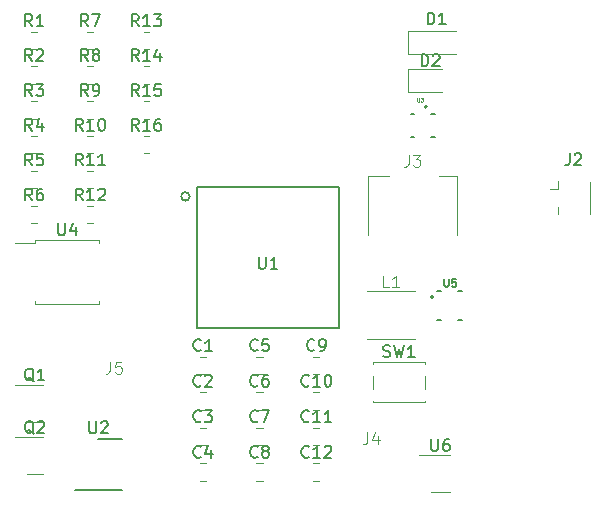
<source format=gbr>
%TF.GenerationSoftware,KiCad,Pcbnew,7.0.8-7.0.8~ubuntu22.04.1*%
%TF.CreationDate,2023-10-21T10:39:40-04:00*%
%TF.ProjectId,DDRN_Hardware,4444524e-5f48-4617-9264-776172652e6b,rev?*%
%TF.SameCoordinates,Original*%
%TF.FileFunction,Legend,Top*%
%TF.FilePolarity,Positive*%
%FSLAX46Y46*%
G04 Gerber Fmt 4.6, Leading zero omitted, Abs format (unit mm)*
G04 Created by KiCad (PCBNEW 7.0.8-7.0.8~ubuntu22.04.1) date 2023-10-21 10:39:40*
%MOMM*%
%LPD*%
G01*
G04 APERTURE LIST*
%ADD10C,0.150000*%
%ADD11C,0.080000*%
%ADD12C,0.100000*%
%ADD13C,0.120000*%
%ADD14C,0.127000*%
%ADD15C,0.200000*%
G04 APERTURE END LIST*
D10*
X146451667Y-111032200D02*
X146594524Y-111079819D01*
X146594524Y-111079819D02*
X146832619Y-111079819D01*
X146832619Y-111079819D02*
X146927857Y-111032200D01*
X146927857Y-111032200D02*
X146975476Y-110984580D01*
X146975476Y-110984580D02*
X147023095Y-110889342D01*
X147023095Y-110889342D02*
X147023095Y-110794104D01*
X147023095Y-110794104D02*
X146975476Y-110698866D01*
X146975476Y-110698866D02*
X146927857Y-110651247D01*
X146927857Y-110651247D02*
X146832619Y-110603628D01*
X146832619Y-110603628D02*
X146642143Y-110556009D01*
X146642143Y-110556009D02*
X146546905Y-110508390D01*
X146546905Y-110508390D02*
X146499286Y-110460771D01*
X146499286Y-110460771D02*
X146451667Y-110365533D01*
X146451667Y-110365533D02*
X146451667Y-110270295D01*
X146451667Y-110270295D02*
X146499286Y-110175057D01*
X146499286Y-110175057D02*
X146546905Y-110127438D01*
X146546905Y-110127438D02*
X146642143Y-110079819D01*
X146642143Y-110079819D02*
X146880238Y-110079819D01*
X146880238Y-110079819D02*
X147023095Y-110127438D01*
X147356429Y-110079819D02*
X147594524Y-111079819D01*
X147594524Y-111079819D02*
X147785000Y-110365533D01*
X147785000Y-110365533D02*
X147975476Y-111079819D01*
X147975476Y-111079819D02*
X148213572Y-110079819D01*
X149118333Y-111079819D02*
X148546905Y-111079819D01*
X148832619Y-111079819D02*
X148832619Y-110079819D01*
X148832619Y-110079819D02*
X148737381Y-110222676D01*
X148737381Y-110222676D02*
X148642143Y-110317914D01*
X148642143Y-110317914D02*
X148546905Y-110365533D01*
X162226666Y-93839819D02*
X162226666Y-94554104D01*
X162226666Y-94554104D02*
X162179047Y-94696961D01*
X162179047Y-94696961D02*
X162083809Y-94792200D01*
X162083809Y-94792200D02*
X161940952Y-94839819D01*
X161940952Y-94839819D02*
X161845714Y-94839819D01*
X162655238Y-93935057D02*
X162702857Y-93887438D01*
X162702857Y-93887438D02*
X162798095Y-93839819D01*
X162798095Y-93839819D02*
X163036190Y-93839819D01*
X163036190Y-93839819D02*
X163131428Y-93887438D01*
X163131428Y-93887438D02*
X163179047Y-93935057D01*
X163179047Y-93935057D02*
X163226666Y-94030295D01*
X163226666Y-94030295D02*
X163226666Y-94125533D01*
X163226666Y-94125533D02*
X163179047Y-94268390D01*
X163179047Y-94268390D02*
X162607619Y-94839819D01*
X162607619Y-94839819D02*
X163226666Y-94839819D01*
X150500595Y-118024819D02*
X150500595Y-118834342D01*
X150500595Y-118834342D02*
X150548214Y-118929580D01*
X150548214Y-118929580D02*
X150595833Y-118977200D01*
X150595833Y-118977200D02*
X150691071Y-119024819D01*
X150691071Y-119024819D02*
X150881547Y-119024819D01*
X150881547Y-119024819D02*
X150976785Y-118977200D01*
X150976785Y-118977200D02*
X151024404Y-118929580D01*
X151024404Y-118929580D02*
X151072023Y-118834342D01*
X151072023Y-118834342D02*
X151072023Y-118024819D01*
X151976785Y-118024819D02*
X151786309Y-118024819D01*
X151786309Y-118024819D02*
X151691071Y-118072438D01*
X151691071Y-118072438D02*
X151643452Y-118120057D01*
X151643452Y-118120057D02*
X151548214Y-118262914D01*
X151548214Y-118262914D02*
X151500595Y-118453390D01*
X151500595Y-118453390D02*
X151500595Y-118834342D01*
X151500595Y-118834342D02*
X151548214Y-118929580D01*
X151548214Y-118929580D02*
X151595833Y-118977200D01*
X151595833Y-118977200D02*
X151691071Y-119024819D01*
X151691071Y-119024819D02*
X151881547Y-119024819D01*
X151881547Y-119024819D02*
X151976785Y-118977200D01*
X151976785Y-118977200D02*
X152024404Y-118929580D01*
X152024404Y-118929580D02*
X152072023Y-118834342D01*
X152072023Y-118834342D02*
X152072023Y-118596247D01*
X152072023Y-118596247D02*
X152024404Y-118501009D01*
X152024404Y-118501009D02*
X151976785Y-118453390D01*
X151976785Y-118453390D02*
X151881547Y-118405771D01*
X151881547Y-118405771D02*
X151691071Y-118405771D01*
X151691071Y-118405771D02*
X151595833Y-118453390D01*
X151595833Y-118453390D02*
X151548214Y-118501009D01*
X151548214Y-118501009D02*
X151500595Y-118596247D01*
X151611880Y-104489376D02*
X151611880Y-105007471D01*
X151611880Y-105007471D02*
X151642357Y-105068423D01*
X151642357Y-105068423D02*
X151672833Y-105098900D01*
X151672833Y-105098900D02*
X151733785Y-105129376D01*
X151733785Y-105129376D02*
X151855690Y-105129376D01*
X151855690Y-105129376D02*
X151916642Y-105098900D01*
X151916642Y-105098900D02*
X151947119Y-105068423D01*
X151947119Y-105068423D02*
X151977595Y-105007471D01*
X151977595Y-105007471D02*
X151977595Y-104489376D01*
X152587118Y-104489376D02*
X152282356Y-104489376D01*
X152282356Y-104489376D02*
X152251880Y-104794138D01*
X152251880Y-104794138D02*
X152282356Y-104763661D01*
X152282356Y-104763661D02*
X152343309Y-104733185D01*
X152343309Y-104733185D02*
X152495690Y-104733185D01*
X152495690Y-104733185D02*
X152556642Y-104763661D01*
X152556642Y-104763661D02*
X152587118Y-104794138D01*
X152587118Y-104794138D02*
X152617595Y-104855090D01*
X152617595Y-104855090D02*
X152617595Y-105007471D01*
X152617595Y-105007471D02*
X152587118Y-105068423D01*
X152587118Y-105068423D02*
X152556642Y-105098900D01*
X152556642Y-105098900D02*
X152495690Y-105129376D01*
X152495690Y-105129376D02*
X152343309Y-105129376D01*
X152343309Y-105129376D02*
X152282356Y-105098900D01*
X152282356Y-105098900D02*
X152251880Y-105068423D01*
X118920595Y-99764819D02*
X118920595Y-100574342D01*
X118920595Y-100574342D02*
X118968214Y-100669580D01*
X118968214Y-100669580D02*
X119015833Y-100717200D01*
X119015833Y-100717200D02*
X119111071Y-100764819D01*
X119111071Y-100764819D02*
X119301547Y-100764819D01*
X119301547Y-100764819D02*
X119396785Y-100717200D01*
X119396785Y-100717200D02*
X119444404Y-100669580D01*
X119444404Y-100669580D02*
X119492023Y-100574342D01*
X119492023Y-100574342D02*
X119492023Y-99764819D01*
X120396785Y-100098152D02*
X120396785Y-100764819D01*
X120158690Y-99717200D02*
X119920595Y-100431485D01*
X119920595Y-100431485D02*
X120539642Y-100431485D01*
D11*
X149314690Y-89133178D02*
X149314690Y-89392225D01*
X149314690Y-89392225D02*
X149329928Y-89422701D01*
X149329928Y-89422701D02*
X149345166Y-89437940D01*
X149345166Y-89437940D02*
X149375642Y-89453178D01*
X149375642Y-89453178D02*
X149436595Y-89453178D01*
X149436595Y-89453178D02*
X149467071Y-89437940D01*
X149467071Y-89437940D02*
X149482309Y-89422701D01*
X149482309Y-89422701D02*
X149497547Y-89392225D01*
X149497547Y-89392225D02*
X149497547Y-89133178D01*
X149619452Y-89133178D02*
X149817547Y-89133178D01*
X149817547Y-89133178D02*
X149710880Y-89255082D01*
X149710880Y-89255082D02*
X149756595Y-89255082D01*
X149756595Y-89255082D02*
X149787071Y-89270320D01*
X149787071Y-89270320D02*
X149802309Y-89285559D01*
X149802309Y-89285559D02*
X149817547Y-89316035D01*
X149817547Y-89316035D02*
X149817547Y-89392225D01*
X149817547Y-89392225D02*
X149802309Y-89422701D01*
X149802309Y-89422701D02*
X149787071Y-89437940D01*
X149787071Y-89437940D02*
X149756595Y-89453178D01*
X149756595Y-89453178D02*
X149665166Y-89453178D01*
X149665166Y-89453178D02*
X149634690Y-89437940D01*
X149634690Y-89437940D02*
X149619452Y-89422701D01*
D10*
X121560595Y-116529819D02*
X121560595Y-117339342D01*
X121560595Y-117339342D02*
X121608214Y-117434580D01*
X121608214Y-117434580D02*
X121655833Y-117482200D01*
X121655833Y-117482200D02*
X121751071Y-117529819D01*
X121751071Y-117529819D02*
X121941547Y-117529819D01*
X121941547Y-117529819D02*
X122036785Y-117482200D01*
X122036785Y-117482200D02*
X122084404Y-117434580D01*
X122084404Y-117434580D02*
X122132023Y-117339342D01*
X122132023Y-117339342D02*
X122132023Y-116529819D01*
X122560595Y-116625057D02*
X122608214Y-116577438D01*
X122608214Y-116577438D02*
X122703452Y-116529819D01*
X122703452Y-116529819D02*
X122941547Y-116529819D01*
X122941547Y-116529819D02*
X123036785Y-116577438D01*
X123036785Y-116577438D02*
X123084404Y-116625057D01*
X123084404Y-116625057D02*
X123132023Y-116720295D01*
X123132023Y-116720295D02*
X123132023Y-116815533D01*
X123132023Y-116815533D02*
X123084404Y-116958390D01*
X123084404Y-116958390D02*
X122512976Y-117529819D01*
X122512976Y-117529819D02*
X123132023Y-117529819D01*
X135912948Y-102599819D02*
X135912948Y-103409342D01*
X135912948Y-103409342D02*
X135960567Y-103504580D01*
X135960567Y-103504580D02*
X136008186Y-103552200D01*
X136008186Y-103552200D02*
X136103424Y-103599819D01*
X136103424Y-103599819D02*
X136293900Y-103599819D01*
X136293900Y-103599819D02*
X136389138Y-103552200D01*
X136389138Y-103552200D02*
X136436757Y-103504580D01*
X136436757Y-103504580D02*
X136484376Y-103409342D01*
X136484376Y-103409342D02*
X136484376Y-102599819D01*
X137484376Y-103599819D02*
X136912948Y-103599819D01*
X137198662Y-103599819D02*
X137198662Y-102599819D01*
X137198662Y-102599819D02*
X137103424Y-102742676D01*
X137103424Y-102742676D02*
X137008186Y-102837914D01*
X137008186Y-102837914D02*
X136912948Y-102885533D01*
X125739642Y-91914819D02*
X125406309Y-91438628D01*
X125168214Y-91914819D02*
X125168214Y-90914819D01*
X125168214Y-90914819D02*
X125549166Y-90914819D01*
X125549166Y-90914819D02*
X125644404Y-90962438D01*
X125644404Y-90962438D02*
X125692023Y-91010057D01*
X125692023Y-91010057D02*
X125739642Y-91105295D01*
X125739642Y-91105295D02*
X125739642Y-91248152D01*
X125739642Y-91248152D02*
X125692023Y-91343390D01*
X125692023Y-91343390D02*
X125644404Y-91391009D01*
X125644404Y-91391009D02*
X125549166Y-91438628D01*
X125549166Y-91438628D02*
X125168214Y-91438628D01*
X126692023Y-91914819D02*
X126120595Y-91914819D01*
X126406309Y-91914819D02*
X126406309Y-90914819D01*
X126406309Y-90914819D02*
X126311071Y-91057676D01*
X126311071Y-91057676D02*
X126215833Y-91152914D01*
X126215833Y-91152914D02*
X126120595Y-91200533D01*
X127549166Y-90914819D02*
X127358690Y-90914819D01*
X127358690Y-90914819D02*
X127263452Y-90962438D01*
X127263452Y-90962438D02*
X127215833Y-91010057D01*
X127215833Y-91010057D02*
X127120595Y-91152914D01*
X127120595Y-91152914D02*
X127072976Y-91343390D01*
X127072976Y-91343390D02*
X127072976Y-91724342D01*
X127072976Y-91724342D02*
X127120595Y-91819580D01*
X127120595Y-91819580D02*
X127168214Y-91867200D01*
X127168214Y-91867200D02*
X127263452Y-91914819D01*
X127263452Y-91914819D02*
X127453928Y-91914819D01*
X127453928Y-91914819D02*
X127549166Y-91867200D01*
X127549166Y-91867200D02*
X127596785Y-91819580D01*
X127596785Y-91819580D02*
X127644404Y-91724342D01*
X127644404Y-91724342D02*
X127644404Y-91486247D01*
X127644404Y-91486247D02*
X127596785Y-91391009D01*
X127596785Y-91391009D02*
X127549166Y-91343390D01*
X127549166Y-91343390D02*
X127453928Y-91295771D01*
X127453928Y-91295771D02*
X127263452Y-91295771D01*
X127263452Y-91295771D02*
X127168214Y-91343390D01*
X127168214Y-91343390D02*
X127120595Y-91391009D01*
X127120595Y-91391009D02*
X127072976Y-91486247D01*
X125739642Y-88964819D02*
X125406309Y-88488628D01*
X125168214Y-88964819D02*
X125168214Y-87964819D01*
X125168214Y-87964819D02*
X125549166Y-87964819D01*
X125549166Y-87964819D02*
X125644404Y-88012438D01*
X125644404Y-88012438D02*
X125692023Y-88060057D01*
X125692023Y-88060057D02*
X125739642Y-88155295D01*
X125739642Y-88155295D02*
X125739642Y-88298152D01*
X125739642Y-88298152D02*
X125692023Y-88393390D01*
X125692023Y-88393390D02*
X125644404Y-88441009D01*
X125644404Y-88441009D02*
X125549166Y-88488628D01*
X125549166Y-88488628D02*
X125168214Y-88488628D01*
X126692023Y-88964819D02*
X126120595Y-88964819D01*
X126406309Y-88964819D02*
X126406309Y-87964819D01*
X126406309Y-87964819D02*
X126311071Y-88107676D01*
X126311071Y-88107676D02*
X126215833Y-88202914D01*
X126215833Y-88202914D02*
X126120595Y-88250533D01*
X127596785Y-87964819D02*
X127120595Y-87964819D01*
X127120595Y-87964819D02*
X127072976Y-88441009D01*
X127072976Y-88441009D02*
X127120595Y-88393390D01*
X127120595Y-88393390D02*
X127215833Y-88345771D01*
X127215833Y-88345771D02*
X127453928Y-88345771D01*
X127453928Y-88345771D02*
X127549166Y-88393390D01*
X127549166Y-88393390D02*
X127596785Y-88441009D01*
X127596785Y-88441009D02*
X127644404Y-88536247D01*
X127644404Y-88536247D02*
X127644404Y-88774342D01*
X127644404Y-88774342D02*
X127596785Y-88869580D01*
X127596785Y-88869580D02*
X127549166Y-88917200D01*
X127549166Y-88917200D02*
X127453928Y-88964819D01*
X127453928Y-88964819D02*
X127215833Y-88964819D01*
X127215833Y-88964819D02*
X127120595Y-88917200D01*
X127120595Y-88917200D02*
X127072976Y-88869580D01*
X125739642Y-86014819D02*
X125406309Y-85538628D01*
X125168214Y-86014819D02*
X125168214Y-85014819D01*
X125168214Y-85014819D02*
X125549166Y-85014819D01*
X125549166Y-85014819D02*
X125644404Y-85062438D01*
X125644404Y-85062438D02*
X125692023Y-85110057D01*
X125692023Y-85110057D02*
X125739642Y-85205295D01*
X125739642Y-85205295D02*
X125739642Y-85348152D01*
X125739642Y-85348152D02*
X125692023Y-85443390D01*
X125692023Y-85443390D02*
X125644404Y-85491009D01*
X125644404Y-85491009D02*
X125549166Y-85538628D01*
X125549166Y-85538628D02*
X125168214Y-85538628D01*
X126692023Y-86014819D02*
X126120595Y-86014819D01*
X126406309Y-86014819D02*
X126406309Y-85014819D01*
X126406309Y-85014819D02*
X126311071Y-85157676D01*
X126311071Y-85157676D02*
X126215833Y-85252914D01*
X126215833Y-85252914D02*
X126120595Y-85300533D01*
X127549166Y-85348152D02*
X127549166Y-86014819D01*
X127311071Y-84967200D02*
X127072976Y-85681485D01*
X127072976Y-85681485D02*
X127692023Y-85681485D01*
X125739642Y-83064819D02*
X125406309Y-82588628D01*
X125168214Y-83064819D02*
X125168214Y-82064819D01*
X125168214Y-82064819D02*
X125549166Y-82064819D01*
X125549166Y-82064819D02*
X125644404Y-82112438D01*
X125644404Y-82112438D02*
X125692023Y-82160057D01*
X125692023Y-82160057D02*
X125739642Y-82255295D01*
X125739642Y-82255295D02*
X125739642Y-82398152D01*
X125739642Y-82398152D02*
X125692023Y-82493390D01*
X125692023Y-82493390D02*
X125644404Y-82541009D01*
X125644404Y-82541009D02*
X125549166Y-82588628D01*
X125549166Y-82588628D02*
X125168214Y-82588628D01*
X126692023Y-83064819D02*
X126120595Y-83064819D01*
X126406309Y-83064819D02*
X126406309Y-82064819D01*
X126406309Y-82064819D02*
X126311071Y-82207676D01*
X126311071Y-82207676D02*
X126215833Y-82302914D01*
X126215833Y-82302914D02*
X126120595Y-82350533D01*
X127025357Y-82064819D02*
X127644404Y-82064819D01*
X127644404Y-82064819D02*
X127311071Y-82445771D01*
X127311071Y-82445771D02*
X127453928Y-82445771D01*
X127453928Y-82445771D02*
X127549166Y-82493390D01*
X127549166Y-82493390D02*
X127596785Y-82541009D01*
X127596785Y-82541009D02*
X127644404Y-82636247D01*
X127644404Y-82636247D02*
X127644404Y-82874342D01*
X127644404Y-82874342D02*
X127596785Y-82969580D01*
X127596785Y-82969580D02*
X127549166Y-83017200D01*
X127549166Y-83017200D02*
X127453928Y-83064819D01*
X127453928Y-83064819D02*
X127168214Y-83064819D01*
X127168214Y-83064819D02*
X127072976Y-83017200D01*
X127072976Y-83017200D02*
X127025357Y-82969580D01*
X120989642Y-97814819D02*
X120656309Y-97338628D01*
X120418214Y-97814819D02*
X120418214Y-96814819D01*
X120418214Y-96814819D02*
X120799166Y-96814819D01*
X120799166Y-96814819D02*
X120894404Y-96862438D01*
X120894404Y-96862438D02*
X120942023Y-96910057D01*
X120942023Y-96910057D02*
X120989642Y-97005295D01*
X120989642Y-97005295D02*
X120989642Y-97148152D01*
X120989642Y-97148152D02*
X120942023Y-97243390D01*
X120942023Y-97243390D02*
X120894404Y-97291009D01*
X120894404Y-97291009D02*
X120799166Y-97338628D01*
X120799166Y-97338628D02*
X120418214Y-97338628D01*
X121942023Y-97814819D02*
X121370595Y-97814819D01*
X121656309Y-97814819D02*
X121656309Y-96814819D01*
X121656309Y-96814819D02*
X121561071Y-96957676D01*
X121561071Y-96957676D02*
X121465833Y-97052914D01*
X121465833Y-97052914D02*
X121370595Y-97100533D01*
X122322976Y-96910057D02*
X122370595Y-96862438D01*
X122370595Y-96862438D02*
X122465833Y-96814819D01*
X122465833Y-96814819D02*
X122703928Y-96814819D01*
X122703928Y-96814819D02*
X122799166Y-96862438D01*
X122799166Y-96862438D02*
X122846785Y-96910057D01*
X122846785Y-96910057D02*
X122894404Y-97005295D01*
X122894404Y-97005295D02*
X122894404Y-97100533D01*
X122894404Y-97100533D02*
X122846785Y-97243390D01*
X122846785Y-97243390D02*
X122275357Y-97814819D01*
X122275357Y-97814819D02*
X122894404Y-97814819D01*
X120989642Y-94864819D02*
X120656309Y-94388628D01*
X120418214Y-94864819D02*
X120418214Y-93864819D01*
X120418214Y-93864819D02*
X120799166Y-93864819D01*
X120799166Y-93864819D02*
X120894404Y-93912438D01*
X120894404Y-93912438D02*
X120942023Y-93960057D01*
X120942023Y-93960057D02*
X120989642Y-94055295D01*
X120989642Y-94055295D02*
X120989642Y-94198152D01*
X120989642Y-94198152D02*
X120942023Y-94293390D01*
X120942023Y-94293390D02*
X120894404Y-94341009D01*
X120894404Y-94341009D02*
X120799166Y-94388628D01*
X120799166Y-94388628D02*
X120418214Y-94388628D01*
X121942023Y-94864819D02*
X121370595Y-94864819D01*
X121656309Y-94864819D02*
X121656309Y-93864819D01*
X121656309Y-93864819D02*
X121561071Y-94007676D01*
X121561071Y-94007676D02*
X121465833Y-94102914D01*
X121465833Y-94102914D02*
X121370595Y-94150533D01*
X122894404Y-94864819D02*
X122322976Y-94864819D01*
X122608690Y-94864819D02*
X122608690Y-93864819D01*
X122608690Y-93864819D02*
X122513452Y-94007676D01*
X122513452Y-94007676D02*
X122418214Y-94102914D01*
X122418214Y-94102914D02*
X122322976Y-94150533D01*
X120989642Y-91914819D02*
X120656309Y-91438628D01*
X120418214Y-91914819D02*
X120418214Y-90914819D01*
X120418214Y-90914819D02*
X120799166Y-90914819D01*
X120799166Y-90914819D02*
X120894404Y-90962438D01*
X120894404Y-90962438D02*
X120942023Y-91010057D01*
X120942023Y-91010057D02*
X120989642Y-91105295D01*
X120989642Y-91105295D02*
X120989642Y-91248152D01*
X120989642Y-91248152D02*
X120942023Y-91343390D01*
X120942023Y-91343390D02*
X120894404Y-91391009D01*
X120894404Y-91391009D02*
X120799166Y-91438628D01*
X120799166Y-91438628D02*
X120418214Y-91438628D01*
X121942023Y-91914819D02*
X121370595Y-91914819D01*
X121656309Y-91914819D02*
X121656309Y-90914819D01*
X121656309Y-90914819D02*
X121561071Y-91057676D01*
X121561071Y-91057676D02*
X121465833Y-91152914D01*
X121465833Y-91152914D02*
X121370595Y-91200533D01*
X122561071Y-90914819D02*
X122656309Y-90914819D01*
X122656309Y-90914819D02*
X122751547Y-90962438D01*
X122751547Y-90962438D02*
X122799166Y-91010057D01*
X122799166Y-91010057D02*
X122846785Y-91105295D01*
X122846785Y-91105295D02*
X122894404Y-91295771D01*
X122894404Y-91295771D02*
X122894404Y-91533866D01*
X122894404Y-91533866D02*
X122846785Y-91724342D01*
X122846785Y-91724342D02*
X122799166Y-91819580D01*
X122799166Y-91819580D02*
X122751547Y-91867200D01*
X122751547Y-91867200D02*
X122656309Y-91914819D01*
X122656309Y-91914819D02*
X122561071Y-91914819D01*
X122561071Y-91914819D02*
X122465833Y-91867200D01*
X122465833Y-91867200D02*
X122418214Y-91819580D01*
X122418214Y-91819580D02*
X122370595Y-91724342D01*
X122370595Y-91724342D02*
X122322976Y-91533866D01*
X122322976Y-91533866D02*
X122322976Y-91295771D01*
X122322976Y-91295771D02*
X122370595Y-91105295D01*
X122370595Y-91105295D02*
X122418214Y-91010057D01*
X122418214Y-91010057D02*
X122465833Y-90962438D01*
X122465833Y-90962438D02*
X122561071Y-90914819D01*
X121465833Y-88964819D02*
X121132500Y-88488628D01*
X120894405Y-88964819D02*
X120894405Y-87964819D01*
X120894405Y-87964819D02*
X121275357Y-87964819D01*
X121275357Y-87964819D02*
X121370595Y-88012438D01*
X121370595Y-88012438D02*
X121418214Y-88060057D01*
X121418214Y-88060057D02*
X121465833Y-88155295D01*
X121465833Y-88155295D02*
X121465833Y-88298152D01*
X121465833Y-88298152D02*
X121418214Y-88393390D01*
X121418214Y-88393390D02*
X121370595Y-88441009D01*
X121370595Y-88441009D02*
X121275357Y-88488628D01*
X121275357Y-88488628D02*
X120894405Y-88488628D01*
X121942024Y-88964819D02*
X122132500Y-88964819D01*
X122132500Y-88964819D02*
X122227738Y-88917200D01*
X122227738Y-88917200D02*
X122275357Y-88869580D01*
X122275357Y-88869580D02*
X122370595Y-88726723D01*
X122370595Y-88726723D02*
X122418214Y-88536247D01*
X122418214Y-88536247D02*
X122418214Y-88155295D01*
X122418214Y-88155295D02*
X122370595Y-88060057D01*
X122370595Y-88060057D02*
X122322976Y-88012438D01*
X122322976Y-88012438D02*
X122227738Y-87964819D01*
X122227738Y-87964819D02*
X122037262Y-87964819D01*
X122037262Y-87964819D02*
X121942024Y-88012438D01*
X121942024Y-88012438D02*
X121894405Y-88060057D01*
X121894405Y-88060057D02*
X121846786Y-88155295D01*
X121846786Y-88155295D02*
X121846786Y-88393390D01*
X121846786Y-88393390D02*
X121894405Y-88488628D01*
X121894405Y-88488628D02*
X121942024Y-88536247D01*
X121942024Y-88536247D02*
X122037262Y-88583866D01*
X122037262Y-88583866D02*
X122227738Y-88583866D01*
X122227738Y-88583866D02*
X122322976Y-88536247D01*
X122322976Y-88536247D02*
X122370595Y-88488628D01*
X122370595Y-88488628D02*
X122418214Y-88393390D01*
X121465833Y-86014819D02*
X121132500Y-85538628D01*
X120894405Y-86014819D02*
X120894405Y-85014819D01*
X120894405Y-85014819D02*
X121275357Y-85014819D01*
X121275357Y-85014819D02*
X121370595Y-85062438D01*
X121370595Y-85062438D02*
X121418214Y-85110057D01*
X121418214Y-85110057D02*
X121465833Y-85205295D01*
X121465833Y-85205295D02*
X121465833Y-85348152D01*
X121465833Y-85348152D02*
X121418214Y-85443390D01*
X121418214Y-85443390D02*
X121370595Y-85491009D01*
X121370595Y-85491009D02*
X121275357Y-85538628D01*
X121275357Y-85538628D02*
X120894405Y-85538628D01*
X122037262Y-85443390D02*
X121942024Y-85395771D01*
X121942024Y-85395771D02*
X121894405Y-85348152D01*
X121894405Y-85348152D02*
X121846786Y-85252914D01*
X121846786Y-85252914D02*
X121846786Y-85205295D01*
X121846786Y-85205295D02*
X121894405Y-85110057D01*
X121894405Y-85110057D02*
X121942024Y-85062438D01*
X121942024Y-85062438D02*
X122037262Y-85014819D01*
X122037262Y-85014819D02*
X122227738Y-85014819D01*
X122227738Y-85014819D02*
X122322976Y-85062438D01*
X122322976Y-85062438D02*
X122370595Y-85110057D01*
X122370595Y-85110057D02*
X122418214Y-85205295D01*
X122418214Y-85205295D02*
X122418214Y-85252914D01*
X122418214Y-85252914D02*
X122370595Y-85348152D01*
X122370595Y-85348152D02*
X122322976Y-85395771D01*
X122322976Y-85395771D02*
X122227738Y-85443390D01*
X122227738Y-85443390D02*
X122037262Y-85443390D01*
X122037262Y-85443390D02*
X121942024Y-85491009D01*
X121942024Y-85491009D02*
X121894405Y-85538628D01*
X121894405Y-85538628D02*
X121846786Y-85633866D01*
X121846786Y-85633866D02*
X121846786Y-85824342D01*
X121846786Y-85824342D02*
X121894405Y-85919580D01*
X121894405Y-85919580D02*
X121942024Y-85967200D01*
X121942024Y-85967200D02*
X122037262Y-86014819D01*
X122037262Y-86014819D02*
X122227738Y-86014819D01*
X122227738Y-86014819D02*
X122322976Y-85967200D01*
X122322976Y-85967200D02*
X122370595Y-85919580D01*
X122370595Y-85919580D02*
X122418214Y-85824342D01*
X122418214Y-85824342D02*
X122418214Y-85633866D01*
X122418214Y-85633866D02*
X122370595Y-85538628D01*
X122370595Y-85538628D02*
X122322976Y-85491009D01*
X122322976Y-85491009D02*
X122227738Y-85443390D01*
X121465833Y-83064819D02*
X121132500Y-82588628D01*
X120894405Y-83064819D02*
X120894405Y-82064819D01*
X120894405Y-82064819D02*
X121275357Y-82064819D01*
X121275357Y-82064819D02*
X121370595Y-82112438D01*
X121370595Y-82112438D02*
X121418214Y-82160057D01*
X121418214Y-82160057D02*
X121465833Y-82255295D01*
X121465833Y-82255295D02*
X121465833Y-82398152D01*
X121465833Y-82398152D02*
X121418214Y-82493390D01*
X121418214Y-82493390D02*
X121370595Y-82541009D01*
X121370595Y-82541009D02*
X121275357Y-82588628D01*
X121275357Y-82588628D02*
X120894405Y-82588628D01*
X121799167Y-82064819D02*
X122465833Y-82064819D01*
X122465833Y-82064819D02*
X122037262Y-83064819D01*
X116715833Y-97814819D02*
X116382500Y-97338628D01*
X116144405Y-97814819D02*
X116144405Y-96814819D01*
X116144405Y-96814819D02*
X116525357Y-96814819D01*
X116525357Y-96814819D02*
X116620595Y-96862438D01*
X116620595Y-96862438D02*
X116668214Y-96910057D01*
X116668214Y-96910057D02*
X116715833Y-97005295D01*
X116715833Y-97005295D02*
X116715833Y-97148152D01*
X116715833Y-97148152D02*
X116668214Y-97243390D01*
X116668214Y-97243390D02*
X116620595Y-97291009D01*
X116620595Y-97291009D02*
X116525357Y-97338628D01*
X116525357Y-97338628D02*
X116144405Y-97338628D01*
X117572976Y-96814819D02*
X117382500Y-96814819D01*
X117382500Y-96814819D02*
X117287262Y-96862438D01*
X117287262Y-96862438D02*
X117239643Y-96910057D01*
X117239643Y-96910057D02*
X117144405Y-97052914D01*
X117144405Y-97052914D02*
X117096786Y-97243390D01*
X117096786Y-97243390D02*
X117096786Y-97624342D01*
X117096786Y-97624342D02*
X117144405Y-97719580D01*
X117144405Y-97719580D02*
X117192024Y-97767200D01*
X117192024Y-97767200D02*
X117287262Y-97814819D01*
X117287262Y-97814819D02*
X117477738Y-97814819D01*
X117477738Y-97814819D02*
X117572976Y-97767200D01*
X117572976Y-97767200D02*
X117620595Y-97719580D01*
X117620595Y-97719580D02*
X117668214Y-97624342D01*
X117668214Y-97624342D02*
X117668214Y-97386247D01*
X117668214Y-97386247D02*
X117620595Y-97291009D01*
X117620595Y-97291009D02*
X117572976Y-97243390D01*
X117572976Y-97243390D02*
X117477738Y-97195771D01*
X117477738Y-97195771D02*
X117287262Y-97195771D01*
X117287262Y-97195771D02*
X117192024Y-97243390D01*
X117192024Y-97243390D02*
X117144405Y-97291009D01*
X117144405Y-97291009D02*
X117096786Y-97386247D01*
X116715833Y-94864819D02*
X116382500Y-94388628D01*
X116144405Y-94864819D02*
X116144405Y-93864819D01*
X116144405Y-93864819D02*
X116525357Y-93864819D01*
X116525357Y-93864819D02*
X116620595Y-93912438D01*
X116620595Y-93912438D02*
X116668214Y-93960057D01*
X116668214Y-93960057D02*
X116715833Y-94055295D01*
X116715833Y-94055295D02*
X116715833Y-94198152D01*
X116715833Y-94198152D02*
X116668214Y-94293390D01*
X116668214Y-94293390D02*
X116620595Y-94341009D01*
X116620595Y-94341009D02*
X116525357Y-94388628D01*
X116525357Y-94388628D02*
X116144405Y-94388628D01*
X117620595Y-93864819D02*
X117144405Y-93864819D01*
X117144405Y-93864819D02*
X117096786Y-94341009D01*
X117096786Y-94341009D02*
X117144405Y-94293390D01*
X117144405Y-94293390D02*
X117239643Y-94245771D01*
X117239643Y-94245771D02*
X117477738Y-94245771D01*
X117477738Y-94245771D02*
X117572976Y-94293390D01*
X117572976Y-94293390D02*
X117620595Y-94341009D01*
X117620595Y-94341009D02*
X117668214Y-94436247D01*
X117668214Y-94436247D02*
X117668214Y-94674342D01*
X117668214Y-94674342D02*
X117620595Y-94769580D01*
X117620595Y-94769580D02*
X117572976Y-94817200D01*
X117572976Y-94817200D02*
X117477738Y-94864819D01*
X117477738Y-94864819D02*
X117239643Y-94864819D01*
X117239643Y-94864819D02*
X117144405Y-94817200D01*
X117144405Y-94817200D02*
X117096786Y-94769580D01*
X116715833Y-91914819D02*
X116382500Y-91438628D01*
X116144405Y-91914819D02*
X116144405Y-90914819D01*
X116144405Y-90914819D02*
X116525357Y-90914819D01*
X116525357Y-90914819D02*
X116620595Y-90962438D01*
X116620595Y-90962438D02*
X116668214Y-91010057D01*
X116668214Y-91010057D02*
X116715833Y-91105295D01*
X116715833Y-91105295D02*
X116715833Y-91248152D01*
X116715833Y-91248152D02*
X116668214Y-91343390D01*
X116668214Y-91343390D02*
X116620595Y-91391009D01*
X116620595Y-91391009D02*
X116525357Y-91438628D01*
X116525357Y-91438628D02*
X116144405Y-91438628D01*
X117572976Y-91248152D02*
X117572976Y-91914819D01*
X117334881Y-90867200D02*
X117096786Y-91581485D01*
X117096786Y-91581485D02*
X117715833Y-91581485D01*
X116715833Y-88964819D02*
X116382500Y-88488628D01*
X116144405Y-88964819D02*
X116144405Y-87964819D01*
X116144405Y-87964819D02*
X116525357Y-87964819D01*
X116525357Y-87964819D02*
X116620595Y-88012438D01*
X116620595Y-88012438D02*
X116668214Y-88060057D01*
X116668214Y-88060057D02*
X116715833Y-88155295D01*
X116715833Y-88155295D02*
X116715833Y-88298152D01*
X116715833Y-88298152D02*
X116668214Y-88393390D01*
X116668214Y-88393390D02*
X116620595Y-88441009D01*
X116620595Y-88441009D02*
X116525357Y-88488628D01*
X116525357Y-88488628D02*
X116144405Y-88488628D01*
X117049167Y-87964819D02*
X117668214Y-87964819D01*
X117668214Y-87964819D02*
X117334881Y-88345771D01*
X117334881Y-88345771D02*
X117477738Y-88345771D01*
X117477738Y-88345771D02*
X117572976Y-88393390D01*
X117572976Y-88393390D02*
X117620595Y-88441009D01*
X117620595Y-88441009D02*
X117668214Y-88536247D01*
X117668214Y-88536247D02*
X117668214Y-88774342D01*
X117668214Y-88774342D02*
X117620595Y-88869580D01*
X117620595Y-88869580D02*
X117572976Y-88917200D01*
X117572976Y-88917200D02*
X117477738Y-88964819D01*
X117477738Y-88964819D02*
X117192024Y-88964819D01*
X117192024Y-88964819D02*
X117096786Y-88917200D01*
X117096786Y-88917200D02*
X117049167Y-88869580D01*
X116715833Y-86014819D02*
X116382500Y-85538628D01*
X116144405Y-86014819D02*
X116144405Y-85014819D01*
X116144405Y-85014819D02*
X116525357Y-85014819D01*
X116525357Y-85014819D02*
X116620595Y-85062438D01*
X116620595Y-85062438D02*
X116668214Y-85110057D01*
X116668214Y-85110057D02*
X116715833Y-85205295D01*
X116715833Y-85205295D02*
X116715833Y-85348152D01*
X116715833Y-85348152D02*
X116668214Y-85443390D01*
X116668214Y-85443390D02*
X116620595Y-85491009D01*
X116620595Y-85491009D02*
X116525357Y-85538628D01*
X116525357Y-85538628D02*
X116144405Y-85538628D01*
X117096786Y-85110057D02*
X117144405Y-85062438D01*
X117144405Y-85062438D02*
X117239643Y-85014819D01*
X117239643Y-85014819D02*
X117477738Y-85014819D01*
X117477738Y-85014819D02*
X117572976Y-85062438D01*
X117572976Y-85062438D02*
X117620595Y-85110057D01*
X117620595Y-85110057D02*
X117668214Y-85205295D01*
X117668214Y-85205295D02*
X117668214Y-85300533D01*
X117668214Y-85300533D02*
X117620595Y-85443390D01*
X117620595Y-85443390D02*
X117049167Y-86014819D01*
X117049167Y-86014819D02*
X117668214Y-86014819D01*
X116715833Y-83064819D02*
X116382500Y-82588628D01*
X116144405Y-83064819D02*
X116144405Y-82064819D01*
X116144405Y-82064819D02*
X116525357Y-82064819D01*
X116525357Y-82064819D02*
X116620595Y-82112438D01*
X116620595Y-82112438D02*
X116668214Y-82160057D01*
X116668214Y-82160057D02*
X116715833Y-82255295D01*
X116715833Y-82255295D02*
X116715833Y-82398152D01*
X116715833Y-82398152D02*
X116668214Y-82493390D01*
X116668214Y-82493390D02*
X116620595Y-82541009D01*
X116620595Y-82541009D02*
X116525357Y-82588628D01*
X116525357Y-82588628D02*
X116144405Y-82588628D01*
X117668214Y-83064819D02*
X117096786Y-83064819D01*
X117382500Y-83064819D02*
X117382500Y-82064819D01*
X117382500Y-82064819D02*
X117287262Y-82207676D01*
X117287262Y-82207676D02*
X117192024Y-82302914D01*
X117192024Y-82302914D02*
X117096786Y-82350533D01*
X116857261Y-117600057D02*
X116762023Y-117552438D01*
X116762023Y-117552438D02*
X116666785Y-117457200D01*
X116666785Y-117457200D02*
X116523928Y-117314342D01*
X116523928Y-117314342D02*
X116428690Y-117266723D01*
X116428690Y-117266723D02*
X116333452Y-117266723D01*
X116381071Y-117504819D02*
X116285833Y-117457200D01*
X116285833Y-117457200D02*
X116190595Y-117361961D01*
X116190595Y-117361961D02*
X116142976Y-117171485D01*
X116142976Y-117171485D02*
X116142976Y-116838152D01*
X116142976Y-116838152D02*
X116190595Y-116647676D01*
X116190595Y-116647676D02*
X116285833Y-116552438D01*
X116285833Y-116552438D02*
X116381071Y-116504819D01*
X116381071Y-116504819D02*
X116571547Y-116504819D01*
X116571547Y-116504819D02*
X116666785Y-116552438D01*
X116666785Y-116552438D02*
X116762023Y-116647676D01*
X116762023Y-116647676D02*
X116809642Y-116838152D01*
X116809642Y-116838152D02*
X116809642Y-117171485D01*
X116809642Y-117171485D02*
X116762023Y-117361961D01*
X116762023Y-117361961D02*
X116666785Y-117457200D01*
X116666785Y-117457200D02*
X116571547Y-117504819D01*
X116571547Y-117504819D02*
X116381071Y-117504819D01*
X117190595Y-116600057D02*
X117238214Y-116552438D01*
X117238214Y-116552438D02*
X117333452Y-116504819D01*
X117333452Y-116504819D02*
X117571547Y-116504819D01*
X117571547Y-116504819D02*
X117666785Y-116552438D01*
X117666785Y-116552438D02*
X117714404Y-116600057D01*
X117714404Y-116600057D02*
X117762023Y-116695295D01*
X117762023Y-116695295D02*
X117762023Y-116790533D01*
X117762023Y-116790533D02*
X117714404Y-116933390D01*
X117714404Y-116933390D02*
X117142976Y-117504819D01*
X117142976Y-117504819D02*
X117762023Y-117504819D01*
X116857261Y-113150057D02*
X116762023Y-113102438D01*
X116762023Y-113102438D02*
X116666785Y-113007200D01*
X116666785Y-113007200D02*
X116523928Y-112864342D01*
X116523928Y-112864342D02*
X116428690Y-112816723D01*
X116428690Y-112816723D02*
X116333452Y-112816723D01*
X116381071Y-113054819D02*
X116285833Y-113007200D01*
X116285833Y-113007200D02*
X116190595Y-112911961D01*
X116190595Y-112911961D02*
X116142976Y-112721485D01*
X116142976Y-112721485D02*
X116142976Y-112388152D01*
X116142976Y-112388152D02*
X116190595Y-112197676D01*
X116190595Y-112197676D02*
X116285833Y-112102438D01*
X116285833Y-112102438D02*
X116381071Y-112054819D01*
X116381071Y-112054819D02*
X116571547Y-112054819D01*
X116571547Y-112054819D02*
X116666785Y-112102438D01*
X116666785Y-112102438D02*
X116762023Y-112197676D01*
X116762023Y-112197676D02*
X116809642Y-112388152D01*
X116809642Y-112388152D02*
X116809642Y-112721485D01*
X116809642Y-112721485D02*
X116762023Y-112911961D01*
X116762023Y-112911961D02*
X116666785Y-113007200D01*
X116666785Y-113007200D02*
X116571547Y-113054819D01*
X116571547Y-113054819D02*
X116381071Y-113054819D01*
X117762023Y-113054819D02*
X117190595Y-113054819D01*
X117476309Y-113054819D02*
X117476309Y-112054819D01*
X117476309Y-112054819D02*
X117381071Y-112197676D01*
X117381071Y-112197676D02*
X117285833Y-112292914D01*
X117285833Y-112292914D02*
X117190595Y-112340533D01*
D12*
X146925833Y-105190419D02*
X146449643Y-105190419D01*
X146449643Y-105190419D02*
X146449643Y-104190419D01*
X147782976Y-105190419D02*
X147211548Y-105190419D01*
X147497262Y-105190419D02*
X147497262Y-104190419D01*
X147497262Y-104190419D02*
X147402024Y-104333276D01*
X147402024Y-104333276D02*
X147306786Y-104428514D01*
X147306786Y-104428514D02*
X147211548Y-104476133D01*
X123314166Y-111482419D02*
X123314166Y-112196704D01*
X123314166Y-112196704D02*
X123266547Y-112339561D01*
X123266547Y-112339561D02*
X123171309Y-112434800D01*
X123171309Y-112434800D02*
X123028452Y-112482419D01*
X123028452Y-112482419D02*
X122933214Y-112482419D01*
X124266547Y-111482419D02*
X123790357Y-111482419D01*
X123790357Y-111482419D02*
X123742738Y-111958609D01*
X123742738Y-111958609D02*
X123790357Y-111910990D01*
X123790357Y-111910990D02*
X123885595Y-111863371D01*
X123885595Y-111863371D02*
X124123690Y-111863371D01*
X124123690Y-111863371D02*
X124218928Y-111910990D01*
X124218928Y-111910990D02*
X124266547Y-111958609D01*
X124266547Y-111958609D02*
X124314166Y-112053847D01*
X124314166Y-112053847D02*
X124314166Y-112291942D01*
X124314166Y-112291942D02*
X124266547Y-112387180D01*
X124266547Y-112387180D02*
X124218928Y-112434800D01*
X124218928Y-112434800D02*
X124123690Y-112482419D01*
X124123690Y-112482419D02*
X123885595Y-112482419D01*
X123885595Y-112482419D02*
X123790357Y-112434800D01*
X123790357Y-112434800D02*
X123742738Y-112387180D01*
X145104166Y-117452419D02*
X145104166Y-118166704D01*
X145104166Y-118166704D02*
X145056547Y-118309561D01*
X145056547Y-118309561D02*
X144961309Y-118404800D01*
X144961309Y-118404800D02*
X144818452Y-118452419D01*
X144818452Y-118452419D02*
X144723214Y-118452419D01*
X146008928Y-117785752D02*
X146008928Y-118452419D01*
X145770833Y-117404800D02*
X145532738Y-118119085D01*
X145532738Y-118119085D02*
X146151785Y-118119085D01*
X148584166Y-93952419D02*
X148584166Y-94666704D01*
X148584166Y-94666704D02*
X148536547Y-94809561D01*
X148536547Y-94809561D02*
X148441309Y-94904800D01*
X148441309Y-94904800D02*
X148298452Y-94952419D01*
X148298452Y-94952419D02*
X148203214Y-94952419D01*
X148965119Y-93952419D02*
X149584166Y-93952419D01*
X149584166Y-93952419D02*
X149250833Y-94333371D01*
X149250833Y-94333371D02*
X149393690Y-94333371D01*
X149393690Y-94333371D02*
X149488928Y-94380990D01*
X149488928Y-94380990D02*
X149536547Y-94428609D01*
X149536547Y-94428609D02*
X149584166Y-94523847D01*
X149584166Y-94523847D02*
X149584166Y-94761942D01*
X149584166Y-94761942D02*
X149536547Y-94857180D01*
X149536547Y-94857180D02*
X149488928Y-94904800D01*
X149488928Y-94904800D02*
X149393690Y-94952419D01*
X149393690Y-94952419D02*
X149107976Y-94952419D01*
X149107976Y-94952419D02*
X149012738Y-94904800D01*
X149012738Y-94904800D02*
X148965119Y-94857180D01*
D10*
X149699405Y-86459819D02*
X149699405Y-85459819D01*
X149699405Y-85459819D02*
X149937500Y-85459819D01*
X149937500Y-85459819D02*
X150080357Y-85507438D01*
X150080357Y-85507438D02*
X150175595Y-85602676D01*
X150175595Y-85602676D02*
X150223214Y-85697914D01*
X150223214Y-85697914D02*
X150270833Y-85888390D01*
X150270833Y-85888390D02*
X150270833Y-86031247D01*
X150270833Y-86031247D02*
X150223214Y-86221723D01*
X150223214Y-86221723D02*
X150175595Y-86316961D01*
X150175595Y-86316961D02*
X150080357Y-86412200D01*
X150080357Y-86412200D02*
X149937500Y-86459819D01*
X149937500Y-86459819D02*
X149699405Y-86459819D01*
X150651786Y-85555057D02*
X150699405Y-85507438D01*
X150699405Y-85507438D02*
X150794643Y-85459819D01*
X150794643Y-85459819D02*
X151032738Y-85459819D01*
X151032738Y-85459819D02*
X151127976Y-85507438D01*
X151127976Y-85507438D02*
X151175595Y-85555057D01*
X151175595Y-85555057D02*
X151223214Y-85650295D01*
X151223214Y-85650295D02*
X151223214Y-85745533D01*
X151223214Y-85745533D02*
X151175595Y-85888390D01*
X151175595Y-85888390D02*
X150604167Y-86459819D01*
X150604167Y-86459819D02*
X151223214Y-86459819D01*
X150199405Y-82914819D02*
X150199405Y-81914819D01*
X150199405Y-81914819D02*
X150437500Y-81914819D01*
X150437500Y-81914819D02*
X150580357Y-81962438D01*
X150580357Y-81962438D02*
X150675595Y-82057676D01*
X150675595Y-82057676D02*
X150723214Y-82152914D01*
X150723214Y-82152914D02*
X150770833Y-82343390D01*
X150770833Y-82343390D02*
X150770833Y-82486247D01*
X150770833Y-82486247D02*
X150723214Y-82676723D01*
X150723214Y-82676723D02*
X150675595Y-82771961D01*
X150675595Y-82771961D02*
X150580357Y-82867200D01*
X150580357Y-82867200D02*
X150437500Y-82914819D01*
X150437500Y-82914819D02*
X150199405Y-82914819D01*
X151723214Y-82914819D02*
X151151786Y-82914819D01*
X151437500Y-82914819D02*
X151437500Y-81914819D01*
X151437500Y-81914819D02*
X151342262Y-82057676D01*
X151342262Y-82057676D02*
X151247024Y-82152914D01*
X151247024Y-82152914D02*
X151151786Y-82200533D01*
X140139642Y-119509580D02*
X140092023Y-119557200D01*
X140092023Y-119557200D02*
X139949166Y-119604819D01*
X139949166Y-119604819D02*
X139853928Y-119604819D01*
X139853928Y-119604819D02*
X139711071Y-119557200D01*
X139711071Y-119557200D02*
X139615833Y-119461961D01*
X139615833Y-119461961D02*
X139568214Y-119366723D01*
X139568214Y-119366723D02*
X139520595Y-119176247D01*
X139520595Y-119176247D02*
X139520595Y-119033390D01*
X139520595Y-119033390D02*
X139568214Y-118842914D01*
X139568214Y-118842914D02*
X139615833Y-118747676D01*
X139615833Y-118747676D02*
X139711071Y-118652438D01*
X139711071Y-118652438D02*
X139853928Y-118604819D01*
X139853928Y-118604819D02*
X139949166Y-118604819D01*
X139949166Y-118604819D02*
X140092023Y-118652438D01*
X140092023Y-118652438D02*
X140139642Y-118700057D01*
X141092023Y-119604819D02*
X140520595Y-119604819D01*
X140806309Y-119604819D02*
X140806309Y-118604819D01*
X140806309Y-118604819D02*
X140711071Y-118747676D01*
X140711071Y-118747676D02*
X140615833Y-118842914D01*
X140615833Y-118842914D02*
X140520595Y-118890533D01*
X141472976Y-118700057D02*
X141520595Y-118652438D01*
X141520595Y-118652438D02*
X141615833Y-118604819D01*
X141615833Y-118604819D02*
X141853928Y-118604819D01*
X141853928Y-118604819D02*
X141949166Y-118652438D01*
X141949166Y-118652438D02*
X141996785Y-118700057D01*
X141996785Y-118700057D02*
X142044404Y-118795295D01*
X142044404Y-118795295D02*
X142044404Y-118890533D01*
X142044404Y-118890533D02*
X141996785Y-119033390D01*
X141996785Y-119033390D02*
X141425357Y-119604819D01*
X141425357Y-119604819D02*
X142044404Y-119604819D01*
X140139642Y-116499580D02*
X140092023Y-116547200D01*
X140092023Y-116547200D02*
X139949166Y-116594819D01*
X139949166Y-116594819D02*
X139853928Y-116594819D01*
X139853928Y-116594819D02*
X139711071Y-116547200D01*
X139711071Y-116547200D02*
X139615833Y-116451961D01*
X139615833Y-116451961D02*
X139568214Y-116356723D01*
X139568214Y-116356723D02*
X139520595Y-116166247D01*
X139520595Y-116166247D02*
X139520595Y-116023390D01*
X139520595Y-116023390D02*
X139568214Y-115832914D01*
X139568214Y-115832914D02*
X139615833Y-115737676D01*
X139615833Y-115737676D02*
X139711071Y-115642438D01*
X139711071Y-115642438D02*
X139853928Y-115594819D01*
X139853928Y-115594819D02*
X139949166Y-115594819D01*
X139949166Y-115594819D02*
X140092023Y-115642438D01*
X140092023Y-115642438D02*
X140139642Y-115690057D01*
X141092023Y-116594819D02*
X140520595Y-116594819D01*
X140806309Y-116594819D02*
X140806309Y-115594819D01*
X140806309Y-115594819D02*
X140711071Y-115737676D01*
X140711071Y-115737676D02*
X140615833Y-115832914D01*
X140615833Y-115832914D02*
X140520595Y-115880533D01*
X142044404Y-116594819D02*
X141472976Y-116594819D01*
X141758690Y-116594819D02*
X141758690Y-115594819D01*
X141758690Y-115594819D02*
X141663452Y-115737676D01*
X141663452Y-115737676D02*
X141568214Y-115832914D01*
X141568214Y-115832914D02*
X141472976Y-115880533D01*
X140139642Y-113489580D02*
X140092023Y-113537200D01*
X140092023Y-113537200D02*
X139949166Y-113584819D01*
X139949166Y-113584819D02*
X139853928Y-113584819D01*
X139853928Y-113584819D02*
X139711071Y-113537200D01*
X139711071Y-113537200D02*
X139615833Y-113441961D01*
X139615833Y-113441961D02*
X139568214Y-113346723D01*
X139568214Y-113346723D02*
X139520595Y-113156247D01*
X139520595Y-113156247D02*
X139520595Y-113013390D01*
X139520595Y-113013390D02*
X139568214Y-112822914D01*
X139568214Y-112822914D02*
X139615833Y-112727676D01*
X139615833Y-112727676D02*
X139711071Y-112632438D01*
X139711071Y-112632438D02*
X139853928Y-112584819D01*
X139853928Y-112584819D02*
X139949166Y-112584819D01*
X139949166Y-112584819D02*
X140092023Y-112632438D01*
X140092023Y-112632438D02*
X140139642Y-112680057D01*
X141092023Y-113584819D02*
X140520595Y-113584819D01*
X140806309Y-113584819D02*
X140806309Y-112584819D01*
X140806309Y-112584819D02*
X140711071Y-112727676D01*
X140711071Y-112727676D02*
X140615833Y-112822914D01*
X140615833Y-112822914D02*
X140520595Y-112870533D01*
X141711071Y-112584819D02*
X141806309Y-112584819D01*
X141806309Y-112584819D02*
X141901547Y-112632438D01*
X141901547Y-112632438D02*
X141949166Y-112680057D01*
X141949166Y-112680057D02*
X141996785Y-112775295D01*
X141996785Y-112775295D02*
X142044404Y-112965771D01*
X142044404Y-112965771D02*
X142044404Y-113203866D01*
X142044404Y-113203866D02*
X141996785Y-113394342D01*
X141996785Y-113394342D02*
X141949166Y-113489580D01*
X141949166Y-113489580D02*
X141901547Y-113537200D01*
X141901547Y-113537200D02*
X141806309Y-113584819D01*
X141806309Y-113584819D02*
X141711071Y-113584819D01*
X141711071Y-113584819D02*
X141615833Y-113537200D01*
X141615833Y-113537200D02*
X141568214Y-113489580D01*
X141568214Y-113489580D02*
X141520595Y-113394342D01*
X141520595Y-113394342D02*
X141472976Y-113203866D01*
X141472976Y-113203866D02*
X141472976Y-112965771D01*
X141472976Y-112965771D02*
X141520595Y-112775295D01*
X141520595Y-112775295D02*
X141568214Y-112680057D01*
X141568214Y-112680057D02*
X141615833Y-112632438D01*
X141615833Y-112632438D02*
X141711071Y-112584819D01*
X140615833Y-110479580D02*
X140568214Y-110527200D01*
X140568214Y-110527200D02*
X140425357Y-110574819D01*
X140425357Y-110574819D02*
X140330119Y-110574819D01*
X140330119Y-110574819D02*
X140187262Y-110527200D01*
X140187262Y-110527200D02*
X140092024Y-110431961D01*
X140092024Y-110431961D02*
X140044405Y-110336723D01*
X140044405Y-110336723D02*
X139996786Y-110146247D01*
X139996786Y-110146247D02*
X139996786Y-110003390D01*
X139996786Y-110003390D02*
X140044405Y-109812914D01*
X140044405Y-109812914D02*
X140092024Y-109717676D01*
X140092024Y-109717676D02*
X140187262Y-109622438D01*
X140187262Y-109622438D02*
X140330119Y-109574819D01*
X140330119Y-109574819D02*
X140425357Y-109574819D01*
X140425357Y-109574819D02*
X140568214Y-109622438D01*
X140568214Y-109622438D02*
X140615833Y-109670057D01*
X141092024Y-110574819D02*
X141282500Y-110574819D01*
X141282500Y-110574819D02*
X141377738Y-110527200D01*
X141377738Y-110527200D02*
X141425357Y-110479580D01*
X141425357Y-110479580D02*
X141520595Y-110336723D01*
X141520595Y-110336723D02*
X141568214Y-110146247D01*
X141568214Y-110146247D02*
X141568214Y-109765295D01*
X141568214Y-109765295D02*
X141520595Y-109670057D01*
X141520595Y-109670057D02*
X141472976Y-109622438D01*
X141472976Y-109622438D02*
X141377738Y-109574819D01*
X141377738Y-109574819D02*
X141187262Y-109574819D01*
X141187262Y-109574819D02*
X141092024Y-109622438D01*
X141092024Y-109622438D02*
X141044405Y-109670057D01*
X141044405Y-109670057D02*
X140996786Y-109765295D01*
X140996786Y-109765295D02*
X140996786Y-110003390D01*
X140996786Y-110003390D02*
X141044405Y-110098628D01*
X141044405Y-110098628D02*
X141092024Y-110146247D01*
X141092024Y-110146247D02*
X141187262Y-110193866D01*
X141187262Y-110193866D02*
X141377738Y-110193866D01*
X141377738Y-110193866D02*
X141472976Y-110146247D01*
X141472976Y-110146247D02*
X141520595Y-110098628D01*
X141520595Y-110098628D02*
X141568214Y-110003390D01*
X135805833Y-119509580D02*
X135758214Y-119557200D01*
X135758214Y-119557200D02*
X135615357Y-119604819D01*
X135615357Y-119604819D02*
X135520119Y-119604819D01*
X135520119Y-119604819D02*
X135377262Y-119557200D01*
X135377262Y-119557200D02*
X135282024Y-119461961D01*
X135282024Y-119461961D02*
X135234405Y-119366723D01*
X135234405Y-119366723D02*
X135186786Y-119176247D01*
X135186786Y-119176247D02*
X135186786Y-119033390D01*
X135186786Y-119033390D02*
X135234405Y-118842914D01*
X135234405Y-118842914D02*
X135282024Y-118747676D01*
X135282024Y-118747676D02*
X135377262Y-118652438D01*
X135377262Y-118652438D02*
X135520119Y-118604819D01*
X135520119Y-118604819D02*
X135615357Y-118604819D01*
X135615357Y-118604819D02*
X135758214Y-118652438D01*
X135758214Y-118652438D02*
X135805833Y-118700057D01*
X136377262Y-119033390D02*
X136282024Y-118985771D01*
X136282024Y-118985771D02*
X136234405Y-118938152D01*
X136234405Y-118938152D02*
X136186786Y-118842914D01*
X136186786Y-118842914D02*
X136186786Y-118795295D01*
X136186786Y-118795295D02*
X136234405Y-118700057D01*
X136234405Y-118700057D02*
X136282024Y-118652438D01*
X136282024Y-118652438D02*
X136377262Y-118604819D01*
X136377262Y-118604819D02*
X136567738Y-118604819D01*
X136567738Y-118604819D02*
X136662976Y-118652438D01*
X136662976Y-118652438D02*
X136710595Y-118700057D01*
X136710595Y-118700057D02*
X136758214Y-118795295D01*
X136758214Y-118795295D02*
X136758214Y-118842914D01*
X136758214Y-118842914D02*
X136710595Y-118938152D01*
X136710595Y-118938152D02*
X136662976Y-118985771D01*
X136662976Y-118985771D02*
X136567738Y-119033390D01*
X136567738Y-119033390D02*
X136377262Y-119033390D01*
X136377262Y-119033390D02*
X136282024Y-119081009D01*
X136282024Y-119081009D02*
X136234405Y-119128628D01*
X136234405Y-119128628D02*
X136186786Y-119223866D01*
X136186786Y-119223866D02*
X136186786Y-119414342D01*
X136186786Y-119414342D02*
X136234405Y-119509580D01*
X136234405Y-119509580D02*
X136282024Y-119557200D01*
X136282024Y-119557200D02*
X136377262Y-119604819D01*
X136377262Y-119604819D02*
X136567738Y-119604819D01*
X136567738Y-119604819D02*
X136662976Y-119557200D01*
X136662976Y-119557200D02*
X136710595Y-119509580D01*
X136710595Y-119509580D02*
X136758214Y-119414342D01*
X136758214Y-119414342D02*
X136758214Y-119223866D01*
X136758214Y-119223866D02*
X136710595Y-119128628D01*
X136710595Y-119128628D02*
X136662976Y-119081009D01*
X136662976Y-119081009D02*
X136567738Y-119033390D01*
X135805833Y-116499580D02*
X135758214Y-116547200D01*
X135758214Y-116547200D02*
X135615357Y-116594819D01*
X135615357Y-116594819D02*
X135520119Y-116594819D01*
X135520119Y-116594819D02*
X135377262Y-116547200D01*
X135377262Y-116547200D02*
X135282024Y-116451961D01*
X135282024Y-116451961D02*
X135234405Y-116356723D01*
X135234405Y-116356723D02*
X135186786Y-116166247D01*
X135186786Y-116166247D02*
X135186786Y-116023390D01*
X135186786Y-116023390D02*
X135234405Y-115832914D01*
X135234405Y-115832914D02*
X135282024Y-115737676D01*
X135282024Y-115737676D02*
X135377262Y-115642438D01*
X135377262Y-115642438D02*
X135520119Y-115594819D01*
X135520119Y-115594819D02*
X135615357Y-115594819D01*
X135615357Y-115594819D02*
X135758214Y-115642438D01*
X135758214Y-115642438D02*
X135805833Y-115690057D01*
X136139167Y-115594819D02*
X136805833Y-115594819D01*
X136805833Y-115594819D02*
X136377262Y-116594819D01*
X135805833Y-113489580D02*
X135758214Y-113537200D01*
X135758214Y-113537200D02*
X135615357Y-113584819D01*
X135615357Y-113584819D02*
X135520119Y-113584819D01*
X135520119Y-113584819D02*
X135377262Y-113537200D01*
X135377262Y-113537200D02*
X135282024Y-113441961D01*
X135282024Y-113441961D02*
X135234405Y-113346723D01*
X135234405Y-113346723D02*
X135186786Y-113156247D01*
X135186786Y-113156247D02*
X135186786Y-113013390D01*
X135186786Y-113013390D02*
X135234405Y-112822914D01*
X135234405Y-112822914D02*
X135282024Y-112727676D01*
X135282024Y-112727676D02*
X135377262Y-112632438D01*
X135377262Y-112632438D02*
X135520119Y-112584819D01*
X135520119Y-112584819D02*
X135615357Y-112584819D01*
X135615357Y-112584819D02*
X135758214Y-112632438D01*
X135758214Y-112632438D02*
X135805833Y-112680057D01*
X136662976Y-112584819D02*
X136472500Y-112584819D01*
X136472500Y-112584819D02*
X136377262Y-112632438D01*
X136377262Y-112632438D02*
X136329643Y-112680057D01*
X136329643Y-112680057D02*
X136234405Y-112822914D01*
X136234405Y-112822914D02*
X136186786Y-113013390D01*
X136186786Y-113013390D02*
X136186786Y-113394342D01*
X136186786Y-113394342D02*
X136234405Y-113489580D01*
X136234405Y-113489580D02*
X136282024Y-113537200D01*
X136282024Y-113537200D02*
X136377262Y-113584819D01*
X136377262Y-113584819D02*
X136567738Y-113584819D01*
X136567738Y-113584819D02*
X136662976Y-113537200D01*
X136662976Y-113537200D02*
X136710595Y-113489580D01*
X136710595Y-113489580D02*
X136758214Y-113394342D01*
X136758214Y-113394342D02*
X136758214Y-113156247D01*
X136758214Y-113156247D02*
X136710595Y-113061009D01*
X136710595Y-113061009D02*
X136662976Y-113013390D01*
X136662976Y-113013390D02*
X136567738Y-112965771D01*
X136567738Y-112965771D02*
X136377262Y-112965771D01*
X136377262Y-112965771D02*
X136282024Y-113013390D01*
X136282024Y-113013390D02*
X136234405Y-113061009D01*
X136234405Y-113061009D02*
X136186786Y-113156247D01*
X135805833Y-110479580D02*
X135758214Y-110527200D01*
X135758214Y-110527200D02*
X135615357Y-110574819D01*
X135615357Y-110574819D02*
X135520119Y-110574819D01*
X135520119Y-110574819D02*
X135377262Y-110527200D01*
X135377262Y-110527200D02*
X135282024Y-110431961D01*
X135282024Y-110431961D02*
X135234405Y-110336723D01*
X135234405Y-110336723D02*
X135186786Y-110146247D01*
X135186786Y-110146247D02*
X135186786Y-110003390D01*
X135186786Y-110003390D02*
X135234405Y-109812914D01*
X135234405Y-109812914D02*
X135282024Y-109717676D01*
X135282024Y-109717676D02*
X135377262Y-109622438D01*
X135377262Y-109622438D02*
X135520119Y-109574819D01*
X135520119Y-109574819D02*
X135615357Y-109574819D01*
X135615357Y-109574819D02*
X135758214Y-109622438D01*
X135758214Y-109622438D02*
X135805833Y-109670057D01*
X136710595Y-109574819D02*
X136234405Y-109574819D01*
X136234405Y-109574819D02*
X136186786Y-110051009D01*
X136186786Y-110051009D02*
X136234405Y-110003390D01*
X136234405Y-110003390D02*
X136329643Y-109955771D01*
X136329643Y-109955771D02*
X136567738Y-109955771D01*
X136567738Y-109955771D02*
X136662976Y-110003390D01*
X136662976Y-110003390D02*
X136710595Y-110051009D01*
X136710595Y-110051009D02*
X136758214Y-110146247D01*
X136758214Y-110146247D02*
X136758214Y-110384342D01*
X136758214Y-110384342D02*
X136710595Y-110479580D01*
X136710595Y-110479580D02*
X136662976Y-110527200D01*
X136662976Y-110527200D02*
X136567738Y-110574819D01*
X136567738Y-110574819D02*
X136329643Y-110574819D01*
X136329643Y-110574819D02*
X136234405Y-110527200D01*
X136234405Y-110527200D02*
X136186786Y-110479580D01*
X130995833Y-119509580D02*
X130948214Y-119557200D01*
X130948214Y-119557200D02*
X130805357Y-119604819D01*
X130805357Y-119604819D02*
X130710119Y-119604819D01*
X130710119Y-119604819D02*
X130567262Y-119557200D01*
X130567262Y-119557200D02*
X130472024Y-119461961D01*
X130472024Y-119461961D02*
X130424405Y-119366723D01*
X130424405Y-119366723D02*
X130376786Y-119176247D01*
X130376786Y-119176247D02*
X130376786Y-119033390D01*
X130376786Y-119033390D02*
X130424405Y-118842914D01*
X130424405Y-118842914D02*
X130472024Y-118747676D01*
X130472024Y-118747676D02*
X130567262Y-118652438D01*
X130567262Y-118652438D02*
X130710119Y-118604819D01*
X130710119Y-118604819D02*
X130805357Y-118604819D01*
X130805357Y-118604819D02*
X130948214Y-118652438D01*
X130948214Y-118652438D02*
X130995833Y-118700057D01*
X131852976Y-118938152D02*
X131852976Y-119604819D01*
X131614881Y-118557200D02*
X131376786Y-119271485D01*
X131376786Y-119271485D02*
X131995833Y-119271485D01*
X130995833Y-116499580D02*
X130948214Y-116547200D01*
X130948214Y-116547200D02*
X130805357Y-116594819D01*
X130805357Y-116594819D02*
X130710119Y-116594819D01*
X130710119Y-116594819D02*
X130567262Y-116547200D01*
X130567262Y-116547200D02*
X130472024Y-116451961D01*
X130472024Y-116451961D02*
X130424405Y-116356723D01*
X130424405Y-116356723D02*
X130376786Y-116166247D01*
X130376786Y-116166247D02*
X130376786Y-116023390D01*
X130376786Y-116023390D02*
X130424405Y-115832914D01*
X130424405Y-115832914D02*
X130472024Y-115737676D01*
X130472024Y-115737676D02*
X130567262Y-115642438D01*
X130567262Y-115642438D02*
X130710119Y-115594819D01*
X130710119Y-115594819D02*
X130805357Y-115594819D01*
X130805357Y-115594819D02*
X130948214Y-115642438D01*
X130948214Y-115642438D02*
X130995833Y-115690057D01*
X131329167Y-115594819D02*
X131948214Y-115594819D01*
X131948214Y-115594819D02*
X131614881Y-115975771D01*
X131614881Y-115975771D02*
X131757738Y-115975771D01*
X131757738Y-115975771D02*
X131852976Y-116023390D01*
X131852976Y-116023390D02*
X131900595Y-116071009D01*
X131900595Y-116071009D02*
X131948214Y-116166247D01*
X131948214Y-116166247D02*
X131948214Y-116404342D01*
X131948214Y-116404342D02*
X131900595Y-116499580D01*
X131900595Y-116499580D02*
X131852976Y-116547200D01*
X131852976Y-116547200D02*
X131757738Y-116594819D01*
X131757738Y-116594819D02*
X131472024Y-116594819D01*
X131472024Y-116594819D02*
X131376786Y-116547200D01*
X131376786Y-116547200D02*
X131329167Y-116499580D01*
X130995833Y-113489580D02*
X130948214Y-113537200D01*
X130948214Y-113537200D02*
X130805357Y-113584819D01*
X130805357Y-113584819D02*
X130710119Y-113584819D01*
X130710119Y-113584819D02*
X130567262Y-113537200D01*
X130567262Y-113537200D02*
X130472024Y-113441961D01*
X130472024Y-113441961D02*
X130424405Y-113346723D01*
X130424405Y-113346723D02*
X130376786Y-113156247D01*
X130376786Y-113156247D02*
X130376786Y-113013390D01*
X130376786Y-113013390D02*
X130424405Y-112822914D01*
X130424405Y-112822914D02*
X130472024Y-112727676D01*
X130472024Y-112727676D02*
X130567262Y-112632438D01*
X130567262Y-112632438D02*
X130710119Y-112584819D01*
X130710119Y-112584819D02*
X130805357Y-112584819D01*
X130805357Y-112584819D02*
X130948214Y-112632438D01*
X130948214Y-112632438D02*
X130995833Y-112680057D01*
X131376786Y-112680057D02*
X131424405Y-112632438D01*
X131424405Y-112632438D02*
X131519643Y-112584819D01*
X131519643Y-112584819D02*
X131757738Y-112584819D01*
X131757738Y-112584819D02*
X131852976Y-112632438D01*
X131852976Y-112632438D02*
X131900595Y-112680057D01*
X131900595Y-112680057D02*
X131948214Y-112775295D01*
X131948214Y-112775295D02*
X131948214Y-112870533D01*
X131948214Y-112870533D02*
X131900595Y-113013390D01*
X131900595Y-113013390D02*
X131329167Y-113584819D01*
X131329167Y-113584819D02*
X131948214Y-113584819D01*
X130995833Y-110479580D02*
X130948214Y-110527200D01*
X130948214Y-110527200D02*
X130805357Y-110574819D01*
X130805357Y-110574819D02*
X130710119Y-110574819D01*
X130710119Y-110574819D02*
X130567262Y-110527200D01*
X130567262Y-110527200D02*
X130472024Y-110431961D01*
X130472024Y-110431961D02*
X130424405Y-110336723D01*
X130424405Y-110336723D02*
X130376786Y-110146247D01*
X130376786Y-110146247D02*
X130376786Y-110003390D01*
X130376786Y-110003390D02*
X130424405Y-109812914D01*
X130424405Y-109812914D02*
X130472024Y-109717676D01*
X130472024Y-109717676D02*
X130567262Y-109622438D01*
X130567262Y-109622438D02*
X130710119Y-109574819D01*
X130710119Y-109574819D02*
X130805357Y-109574819D01*
X130805357Y-109574819D02*
X130948214Y-109622438D01*
X130948214Y-109622438D02*
X130995833Y-109670057D01*
X131948214Y-110574819D02*
X131376786Y-110574819D01*
X131662500Y-110574819D02*
X131662500Y-109574819D01*
X131662500Y-109574819D02*
X131567262Y-109717676D01*
X131567262Y-109717676D02*
X131472024Y-109812914D01*
X131472024Y-109812914D02*
X131376786Y-109860533D01*
D13*
%TO.C,SW1*%
X145585000Y-114805000D02*
X145585000Y-114925000D01*
X149985000Y-111645000D02*
X149985000Y-111525000D01*
X145585000Y-114925000D02*
X149985000Y-114925000D01*
X149985000Y-111525000D02*
X145585000Y-111525000D01*
X149985000Y-113795000D02*
X149985000Y-112655000D01*
X149985000Y-114925000D02*
X149985000Y-114805000D01*
X145585000Y-111525000D02*
X145585000Y-111645000D01*
X145585000Y-112655000D02*
X145585000Y-113795000D01*
%TO.C,J2*%
X161200000Y-96825000D02*
X160570000Y-96825000D01*
X161200000Y-96185000D02*
X161200000Y-96825000D01*
X163920000Y-96235000D02*
X163920000Y-98935000D01*
X161200000Y-98985000D02*
X161200000Y-98345000D01*
%TO.C,U6*%
X151262500Y-122530000D02*
X150462500Y-122530000D01*
X151262500Y-119410000D02*
X149462500Y-119410000D01*
X151262500Y-119410000D02*
X152062500Y-119410000D01*
X151262500Y-122530000D02*
X152062500Y-122530000D01*
D14*
%TO.C,U5*%
X151327500Y-105508500D02*
X151017500Y-105508500D01*
D15*
X150667500Y-105997500D02*
G75*
G03*
X150667500Y-105997500I-100000J0D01*
G01*
D14*
X152807500Y-107986500D02*
X153117500Y-107986500D01*
X151327500Y-107986500D02*
X151017500Y-107986500D01*
X152807500Y-105508500D02*
X153117500Y-105508500D01*
D13*
%TO.C,U4*%
X116957500Y-106595000D02*
X116957500Y-106335000D01*
X116957500Y-101405000D02*
X115282500Y-101405000D01*
X119682500Y-101145000D02*
X116957500Y-101145000D01*
X116957500Y-101145000D02*
X116957500Y-101405000D01*
X122407500Y-106595000D02*
X122407500Y-106335000D01*
X119682500Y-106595000D02*
X122407500Y-106595000D01*
X119682500Y-106595000D02*
X116957500Y-106595000D01*
X122407500Y-101145000D02*
X122407500Y-101405000D01*
X119682500Y-101145000D02*
X122407500Y-101145000D01*
D14*
%TO.C,U3*%
X150500000Y-90462500D02*
X150792500Y-90462500D01*
X148792500Y-90462500D02*
X149085000Y-90462500D01*
X150792500Y-90462500D02*
X150792500Y-90505000D01*
X150792500Y-92420000D02*
X150792500Y-92462500D01*
X150792500Y-92462500D02*
X150500000Y-92462500D01*
X148792500Y-92462500D02*
X149085000Y-92462500D01*
X148792500Y-90505000D02*
X148792500Y-90462500D01*
X148792500Y-92462500D02*
X148792500Y-92420000D01*
D15*
X150142500Y-89875000D02*
G75*
G03*
X150142500Y-89875000I-100000J0D01*
G01*
D10*
%TO.C,U2*%
X120322500Y-122300000D02*
X124322500Y-122300000D01*
X122322500Y-118000000D02*
X124322500Y-118000000D01*
%TO.C,U1*%
X130674853Y-96645000D02*
X142674853Y-96645000D01*
X142674853Y-96645000D02*
X142674853Y-108645000D01*
X142674853Y-108645000D02*
X130674853Y-108645000D01*
X130674853Y-108645000D02*
X130674853Y-96645000D01*
X130057206Y-97485000D02*
G75*
G03*
X130057206Y-97485000I-362353J0D01*
G01*
D13*
%TO.C,R16*%
X126155436Y-92375000D02*
X126609564Y-92375000D01*
X126155436Y-93845000D02*
X126609564Y-93845000D01*
%TO.C,R15*%
X126155436Y-89425000D02*
X126609564Y-89425000D01*
X126155436Y-90895000D02*
X126609564Y-90895000D01*
%TO.C,R14*%
X126155436Y-86475000D02*
X126609564Y-86475000D01*
X126155436Y-87945000D02*
X126609564Y-87945000D01*
%TO.C,R13*%
X126155436Y-83525000D02*
X126609564Y-83525000D01*
X126155436Y-84995000D02*
X126609564Y-84995000D01*
%TO.C,R12*%
X121405436Y-98275000D02*
X121859564Y-98275000D01*
X121405436Y-99745000D02*
X121859564Y-99745000D01*
%TO.C,R11*%
X121405436Y-95325000D02*
X121859564Y-95325000D01*
X121405436Y-96795000D02*
X121859564Y-96795000D01*
%TO.C,R10*%
X121405436Y-92375000D02*
X121859564Y-92375000D01*
X121405436Y-93845000D02*
X121859564Y-93845000D01*
%TO.C,R9*%
X121405436Y-89425000D02*
X121859564Y-89425000D01*
X121405436Y-90895000D02*
X121859564Y-90895000D01*
%TO.C,R8*%
X121405436Y-86475000D02*
X121859564Y-86475000D01*
X121405436Y-87945000D02*
X121859564Y-87945000D01*
%TO.C,R7*%
X121405436Y-83525000D02*
X121859564Y-83525000D01*
X121405436Y-84995000D02*
X121859564Y-84995000D01*
%TO.C,R6*%
X116655436Y-98275000D02*
X117109564Y-98275000D01*
X116655436Y-99745000D02*
X117109564Y-99745000D01*
%TO.C,R5*%
X116655436Y-95325000D02*
X117109564Y-95325000D01*
X116655436Y-96795000D02*
X117109564Y-96795000D01*
%TO.C,R4*%
X116655436Y-92375000D02*
X117109564Y-92375000D01*
X116655436Y-93845000D02*
X117109564Y-93845000D01*
%TO.C,R3*%
X116655436Y-89425000D02*
X117109564Y-89425000D01*
X116655436Y-90895000D02*
X117109564Y-90895000D01*
%TO.C,R2*%
X116655436Y-86475000D02*
X117109564Y-86475000D01*
X116655436Y-87945000D02*
X117109564Y-87945000D01*
%TO.C,R1*%
X116655436Y-83525000D02*
X117109564Y-83525000D01*
X116655436Y-84995000D02*
X117109564Y-84995000D01*
%TO.C,Q2*%
X116952500Y-117890000D02*
X117602500Y-117890000D01*
X116952500Y-121010000D02*
X117602500Y-121010000D01*
X116952500Y-117890000D02*
X115277500Y-117890000D01*
X116952500Y-121010000D02*
X116302500Y-121010000D01*
%TO.C,Q1*%
X116952500Y-113440000D02*
X117602500Y-113440000D01*
X116952500Y-116560000D02*
X117602500Y-116560000D01*
X116952500Y-113440000D02*
X115277500Y-113440000D01*
X116952500Y-116560000D02*
X116302500Y-116560000D01*
D12*
%TO.C,L1*%
X145060500Y-105495000D02*
X149124500Y-105495000D01*
X145060500Y-109559000D02*
X149124500Y-109559000D01*
%TO.C,J3*%
X145167500Y-95745000D02*
X146917500Y-95745000D01*
X145167500Y-100745000D02*
X145167500Y-95745000D01*
X151167500Y-95745000D02*
X152667500Y-95745000D01*
X152667500Y-95745000D02*
X152667500Y-100745000D01*
D13*
%TO.C,D2*%
X148577500Y-88615000D02*
X151437500Y-88615000D01*
X151437500Y-86695000D02*
X148577500Y-86695000D01*
X148577500Y-86695000D02*
X148577500Y-88615000D01*
%TO.C,D1*%
X148577500Y-85460000D02*
X152587500Y-85460000D01*
X148577500Y-83460000D02*
X152587500Y-83460000D01*
X148577500Y-83460000D02*
X148577500Y-85460000D01*
%TO.C,C12*%
X140521248Y-120095000D02*
X141043752Y-120095000D01*
X140521248Y-121565000D02*
X141043752Y-121565000D01*
%TO.C,C11*%
X140521248Y-117085000D02*
X141043752Y-117085000D01*
X140521248Y-118555000D02*
X141043752Y-118555000D01*
%TO.C,C10*%
X140521248Y-114075000D02*
X141043752Y-114075000D01*
X140521248Y-115545000D02*
X141043752Y-115545000D01*
%TO.C,C9*%
X140521248Y-111065000D02*
X141043752Y-111065000D01*
X140521248Y-112535000D02*
X141043752Y-112535000D01*
%TO.C,C8*%
X135711248Y-120095000D02*
X136233752Y-120095000D01*
X135711248Y-121565000D02*
X136233752Y-121565000D01*
%TO.C,C7*%
X135711248Y-117085000D02*
X136233752Y-117085000D01*
X135711248Y-118555000D02*
X136233752Y-118555000D01*
%TO.C,C6*%
X135711248Y-114075000D02*
X136233752Y-114075000D01*
X135711248Y-115545000D02*
X136233752Y-115545000D01*
%TO.C,C5*%
X135711248Y-111065000D02*
X136233752Y-111065000D01*
X135711248Y-112535000D02*
X136233752Y-112535000D01*
%TO.C,C4*%
X130901248Y-120095000D02*
X131423752Y-120095000D01*
X130901248Y-121565000D02*
X131423752Y-121565000D01*
%TO.C,C3*%
X130901248Y-117085000D02*
X131423752Y-117085000D01*
X130901248Y-118555000D02*
X131423752Y-118555000D01*
%TO.C,C2*%
X130901248Y-114075000D02*
X131423752Y-114075000D01*
X130901248Y-115545000D02*
X131423752Y-115545000D01*
%TO.C,C1*%
X130901248Y-111065000D02*
X131423752Y-111065000D01*
X130901248Y-112535000D02*
X131423752Y-112535000D01*
%TD*%
M02*

</source>
